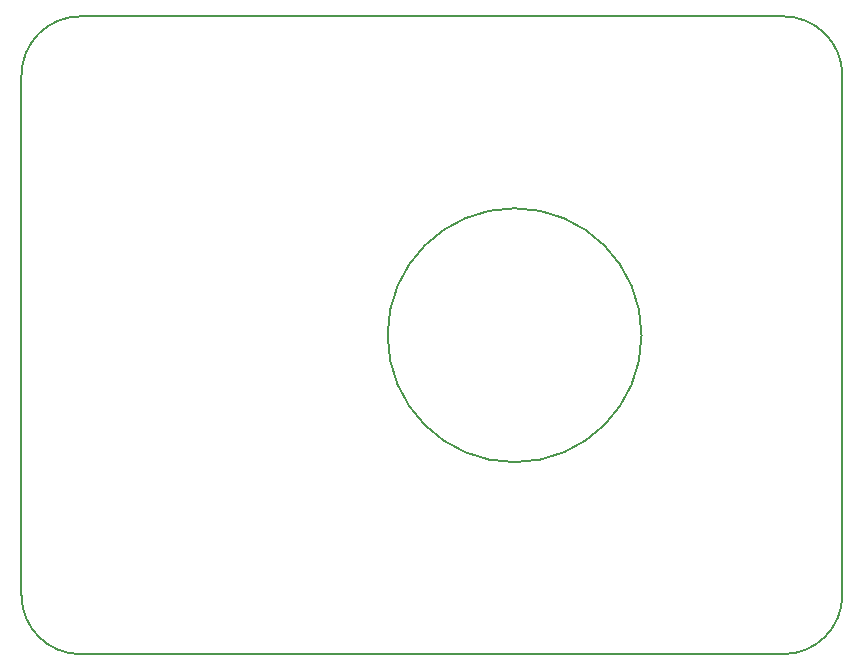
<source format=gm1>
G04 #@! TF.FileFunction,Profile,NP*
%FSLAX46Y46*%
G04 Gerber Fmt 4.6, Leading zero omitted, Abs format (unit mm)*
G04 Created by KiCad (PCBNEW (2016-05-05 BZR 6775)-product) date 2016 August 31, Wednesday 02:40:09*
%MOMM*%
%LPD*%
G01*
G04 APERTURE LIST*
%ADD10C,0.020000*%
%ADD11C,0.150000*%
G04 APERTURE END LIST*
D10*
D11*
X139620000Y-125900000D02*
G75*
G03X139620000Y-125900000I-10750000J0D01*
G01*
X151620000Y-98900000D02*
X92120000Y-98900000D01*
X92120000Y-152900000D02*
X151620000Y-152900000D01*
X87120000Y-147900000D02*
G75*
G03X92120000Y-152900000I5000000J0D01*
G01*
X87120000Y-147900000D02*
X87120000Y-103900000D01*
X156620000Y-103900000D02*
X156620000Y-147900000D01*
X151620000Y-152900000D02*
G75*
G03X156620000Y-147900000I0J5000000D01*
G01*
X156620000Y-103900000D02*
G75*
G03X151620000Y-98900000I-5000000J0D01*
G01*
X92120000Y-98900000D02*
G75*
G03X87120000Y-103900000I0J-5000000D01*
G01*
M02*

</source>
